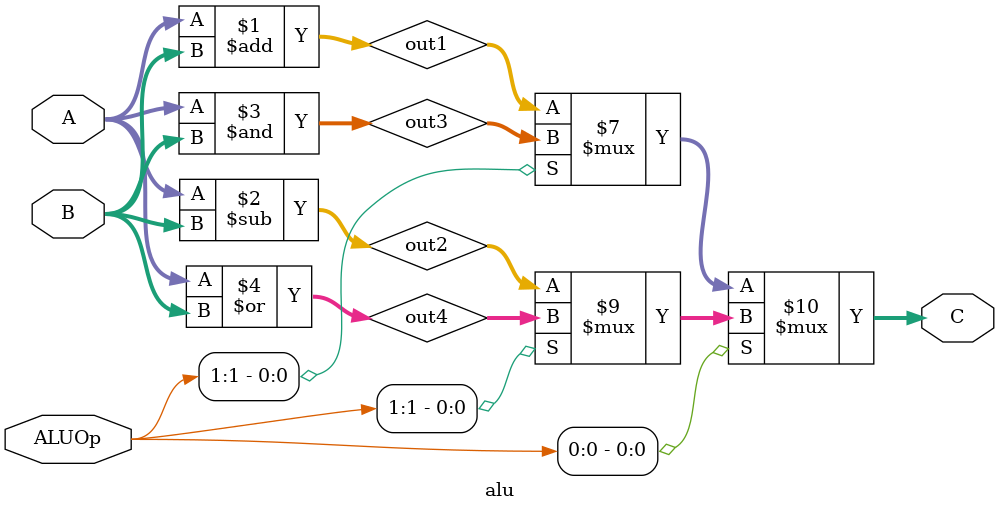
<source format=v>
`timescale 1ns / 1ps
module alu(
    input [3:0] A,
    input [3:0] B,
    input [1:0] ALUOp,
    output [3:0] C
    );
	
	wire [3:0] out1, out2, out3, out4;

	assign out1 = A + B;
	assign out2 = A - B;
	assign out3 = A & B;
	assign out4 = A | B;
	
	assign C = (ALUOp[0] == 0) ?
			   ((ALUOp[1] == 0) ? out1 : out3) :
			   ((ALUOp[1] == 0) ? out2 : out4);
	
endmodule

</source>
